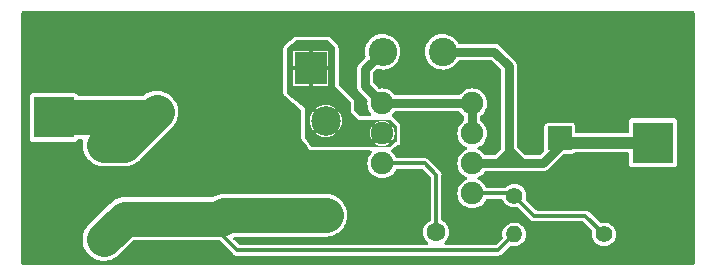
<source format=gbr>
%TF.GenerationSoftware,KiCad,Pcbnew,(6.0.8)*%
%TF.CreationDate,2022-11-19T23:45:32+04:00*%
%TF.ProjectId,MC34063_Buck_Rev3,4d433334-3036-4335-9f42-75636b5f5265,rev?*%
%TF.SameCoordinates,Original*%
%TF.FileFunction,Copper,L2,Bot*%
%TF.FilePolarity,Positive*%
%FSLAX46Y46*%
G04 Gerber Fmt 4.6, Leading zero omitted, Abs format (unit mm)*
G04 Created by KiCad (PCBNEW (6.0.8)) date 2022-11-19 23:45:32*
%MOMM*%
%LPD*%
G01*
G04 APERTURE LIST*
%TA.AperFunction,ComponentPad*%
%ADD10R,2.000000X2.000000*%
%TD*%
%TA.AperFunction,ComponentPad*%
%ADD11C,2.000000*%
%TD*%
%TA.AperFunction,ComponentPad*%
%ADD12C,1.600000*%
%TD*%
%TA.AperFunction,ComponentPad*%
%ADD13C,1.400000*%
%TD*%
%TA.AperFunction,ComponentPad*%
%ADD14O,1.400000X1.400000*%
%TD*%
%TA.AperFunction,ComponentPad*%
%ADD15C,1.905000*%
%TD*%
%TA.AperFunction,ComponentPad*%
%ADD16C,2.499360*%
%TD*%
%TA.AperFunction,ComponentPad*%
%ADD17R,2.800000X2.800000*%
%TD*%
%TA.AperFunction,ComponentPad*%
%ADD18O,2.800000X2.800000*%
%TD*%
%TA.AperFunction,ComponentPad*%
%ADD19C,2.400000*%
%TD*%
%TA.AperFunction,ComponentPad*%
%ADD20O,2.400000X2.400000*%
%TD*%
%TA.AperFunction,ComponentPad*%
%ADD21C,3.500120*%
%TD*%
%TA.AperFunction,ComponentPad*%
%ADD22R,3.500120X3.500120*%
%TD*%
%TA.AperFunction,Conductor*%
%ADD23C,3.000000*%
%TD*%
%TA.AperFunction,Conductor*%
%ADD24C,0.750000*%
%TD*%
%TA.AperFunction,Conductor*%
%ADD25C,1.000000*%
%TD*%
%TA.AperFunction,Conductor*%
%ADD26C,0.300000*%
%TD*%
%TA.AperFunction,Conductor*%
%ADD27C,0.250000*%
%TD*%
G04 APERTURE END LIST*
D10*
%TO.P,C1,1*%
%TO.N,VCC*%
X165064440Y-57772300D03*
D11*
%TO.P,C1,2*%
%TO.N,GNDREF*%
X165064440Y-52772300D03*
%TD*%
D12*
%TO.P,C2,1*%
%TO.N,Net-(C2-Pad1)*%
X154609800Y-65722500D03*
%TO.P,C2,2*%
%TO.N,GNDREF*%
X157109800Y-65722500D03*
%TD*%
D10*
%TO.P,C3,1*%
%TO.N,Vout1*%
X136382760Y-64566800D03*
D11*
%TO.P,C3,2*%
%TO.N,GNDREF*%
X136382760Y-59566800D03*
%TD*%
D13*
%TO.P,R1,1*%
%TO.N,Net-(R1-Pad1)*%
X161213800Y-62623700D03*
D14*
%TO.P,R1,2*%
%TO.N,GNDREF*%
X168833800Y-62623700D03*
%TD*%
D13*
%TO.P,R3,1*%
%TO.N,Net-(R1-Pad1)*%
X168821100Y-65913000D03*
D14*
%TO.P,R3,2*%
%TO.N,Vout1*%
X161201100Y-65913000D03*
%TD*%
D15*
%TO.P,U1,1*%
%TO.N,Net-(R2-Pad2)*%
X150037800Y-54813200D03*
%TO.P,U1,2*%
%TO.N,Net-(D1-Pad1)*%
X150037800Y-57353200D03*
%TO.P,U1,3*%
%TO.N,Net-(C2-Pad1)*%
X150037800Y-59893200D03*
%TO.P,U1,4*%
%TO.N,GNDREF*%
X150037800Y-62433200D03*
%TO.P,U1,5*%
%TO.N,Net-(R1-Pad1)*%
X157657800Y-62433200D03*
%TO.P,U1,6*%
%TO.N,VCC*%
X157657800Y-59893200D03*
%TO.P,U1,7*%
%TO.N,Net-(R2-Pad2)*%
X157657800Y-57353200D03*
%TO.P,U1,8*%
X157657800Y-54813200D03*
%TD*%
D16*
%TO.P,L1,1*%
%TO.N,Net-(D1-Pad1)*%
X145262600Y-56288940D03*
%TO.P,L1,2*%
%TO.N,Vout1*%
X145262600Y-64289940D03*
%TD*%
D17*
%TO.P,D1,1*%
%TO.N,Net-(D1-Pad1)*%
X143977360Y-51841400D03*
D18*
%TO.P,D1,2*%
%TO.N,GNDREF*%
X138897360Y-51841400D03*
%TD*%
D19*
%TO.P,R2,1*%
%TO.N,VCC*%
X155155900Y-50444400D03*
D20*
%TO.P,R2,2*%
%TO.N,Net-(R2-Pad2)*%
X150075900Y-50444400D03*
%TD*%
D21*
%TO.P,GND,1*%
%TO.N,GNDREF*%
X122364500Y-50609500D03*
%TD*%
D22*
%TO.P,Vout,1*%
%TO.N,N/C*%
X122237500Y-56007000D03*
%TD*%
%TO.P,Vin,1*%
%TO.N,VCC*%
X172971460Y-58138060D03*
%TD*%
D21*
%TO.P,GND,1*%
%TO.N,GNDREF*%
X172971460Y-51183540D03*
%TD*%
D16*
%TO.P,L1,1*%
%TO.N,N/C*%
X126492000Y-58331100D03*
%TO.P,L1,2*%
%TO.N,Vout1*%
X126492000Y-66332100D03*
%TD*%
D10*
%TO.P,C3,1*%
%TO.N,N/C*%
X130962400Y-55575200D03*
D11*
%TO.P,C3,2*%
%TO.N,GNDREF*%
X130962400Y-50575200D03*
%TD*%
D23*
%TO.N,*%
X126492000Y-58331100D02*
X128206500Y-58331100D01*
X128206500Y-58331100D02*
X130962400Y-55575200D01*
X122237500Y-56007000D02*
X130530600Y-56007000D01*
X130530600Y-56007000D02*
X130962400Y-55575200D01*
D24*
%TO.N,VCC*%
X160782000Y-59842400D02*
X160832800Y-59893200D01*
X161874200Y-59893200D02*
X160832800Y-59893200D01*
D25*
X165430200Y-58138060D02*
X165064440Y-57772300D01*
D24*
X160782000Y-58928000D02*
X160909000Y-58928000D01*
X159816800Y-59893200D02*
X157657800Y-59893200D01*
X160832800Y-59893200D02*
X159816800Y-59893200D01*
X159537400Y-50444400D02*
X160782000Y-51689000D01*
D25*
X172971460Y-58138060D02*
X165430200Y-58138060D01*
D24*
X159816800Y-59893200D02*
X160782000Y-58928000D01*
X163626800Y-59893200D02*
X161874200Y-59893200D01*
X160782000Y-51689000D02*
X160782000Y-58928000D01*
X155155900Y-50444400D02*
X159537400Y-50444400D01*
X165064440Y-58455560D02*
X163626800Y-59893200D01*
X160909000Y-58928000D02*
X161874200Y-59893200D01*
X165064440Y-57772300D02*
X165064440Y-58455560D01*
X160782000Y-58928000D02*
X160782000Y-59842400D01*
D26*
%TO.N,Net-(C2-Pad1)*%
X154609800Y-60859800D02*
X154609800Y-65722500D01*
X150037800Y-59893200D02*
X153643200Y-59893200D01*
X153643200Y-59893200D02*
X154609800Y-60859800D01*
%TO.N,Vout1*%
X159864100Y-67250000D02*
X137750000Y-67250000D01*
D27*
X137500000Y-67000000D02*
X136382760Y-65882760D01*
D26*
X136382760Y-65882760D02*
X137750000Y-67250000D01*
D23*
X136659620Y-64289940D02*
X136382760Y-64566800D01*
X145262600Y-64289940D02*
X136659620Y-64289940D01*
X136382760Y-64566800D02*
X128257300Y-64566800D01*
D26*
X136382760Y-64566800D02*
X136382760Y-65882760D01*
X161201100Y-65913000D02*
X159864100Y-67250000D01*
D23*
X128257300Y-64566800D02*
X126492000Y-66332100D01*
D26*
X137750000Y-67250000D02*
X137500000Y-67000000D01*
%TO.N,Net-(R1-Pad1)*%
X167250000Y-64341900D02*
X162932000Y-64341900D01*
X168821100Y-65913000D02*
X167250000Y-64341900D01*
D27*
X157848300Y-62623700D02*
X157657800Y-62433200D01*
D26*
X161023300Y-62433200D02*
X161213800Y-62623700D01*
X157657800Y-62433200D02*
X161023300Y-62433200D01*
X162932000Y-64341900D02*
X161213800Y-62623700D01*
D24*
%TO.N,Net-(R2-Pad2)*%
X150037800Y-54813200D02*
X157657800Y-54813200D01*
X157657800Y-57353200D02*
X157657800Y-54813200D01*
X148590000Y-53365400D02*
X150037800Y-54813200D01*
X148590000Y-51930300D02*
X148590000Y-53365400D01*
X150075900Y-50444400D02*
X148590000Y-51930300D01*
%TD*%
%TA.AperFunction,Conductor*%
%TO.N,GNDREF*%
G36*
X176425500Y-47019962D02*
G01*
X176480038Y-47074500D01*
X176500000Y-47149000D01*
X176500000Y-68351000D01*
X176480038Y-68425500D01*
X176425500Y-68480038D01*
X176351000Y-68500000D01*
X119649000Y-68500000D01*
X119574500Y-68480038D01*
X119519962Y-68425500D01*
X119500000Y-68351000D01*
X119500000Y-66253343D01*
X124688170Y-66253343D01*
X124690265Y-66321909D01*
X124695477Y-66492511D01*
X124696342Y-66520831D01*
X124743962Y-66784174D01*
X124829983Y-67037584D01*
X124952516Y-67275497D01*
X125108869Y-67492684D01*
X125112728Y-67496645D01*
X125112731Y-67496649D01*
X125187390Y-67573288D01*
X125295607Y-67684376D01*
X125300010Y-67687724D01*
X125300011Y-67687725D01*
X125402118Y-67765369D01*
X125508628Y-67846361D01*
X125743251Y-67975080D01*
X125994323Y-68067706D01*
X125999729Y-68068830D01*
X125999731Y-68068831D01*
X126089710Y-68087546D01*
X126256329Y-68122202D01*
X126261854Y-68122516D01*
X126261856Y-68122516D01*
X126517993Y-68137061D01*
X126517998Y-68137061D01*
X126523511Y-68137374D01*
X126529006Y-68136869D01*
X126529012Y-68136869D01*
X126688627Y-68122202D01*
X126790001Y-68112887D01*
X127049945Y-68049279D01*
X127297632Y-67947948D01*
X127527621Y-67811119D01*
X127661748Y-67701533D01*
X127697707Y-67672153D01*
X127697710Y-67672150D01*
X127700616Y-67669776D01*
X128959450Y-66410941D01*
X129026245Y-66372377D01*
X129064809Y-66367300D01*
X136168479Y-66367300D01*
X136242979Y-66387262D01*
X136273838Y-66410941D01*
X137406291Y-67543394D01*
X137417944Y-67556507D01*
X137438128Y-67582110D01*
X137447290Y-67588442D01*
X137447292Y-67588444D01*
X137486090Y-67615259D01*
X137489898Y-67617980D01*
X137504993Y-67629129D01*
X137536816Y-67652634D01*
X137543632Y-67655027D01*
X137549569Y-67659131D01*
X137602566Y-67675892D01*
X137605165Y-67676714D01*
X137609580Y-67678187D01*
X137664631Y-67697519D01*
X137671845Y-67697802D01*
X137678730Y-67699980D01*
X137685337Y-67700500D01*
X137737571Y-67700500D01*
X137743421Y-67700615D01*
X137788866Y-67702401D01*
X137788868Y-67702401D01*
X137799994Y-67702838D01*
X137807378Y-67700880D01*
X137814280Y-67700500D01*
X159828528Y-67700500D01*
X159846041Y-67701533D01*
X159878410Y-67705364D01*
X159889366Y-67703363D01*
X159889369Y-67703363D01*
X159935768Y-67694889D01*
X159940384Y-67694121D01*
X159987043Y-67687106D01*
X159987045Y-67687105D01*
X159998062Y-67685449D01*
X160004575Y-67682321D01*
X160011673Y-67681025D01*
X160063413Y-67654148D01*
X160067565Y-67652074D01*
X160120179Y-67626809D01*
X160125483Y-67621906D01*
X160131888Y-67618579D01*
X160136928Y-67614275D01*
X160173860Y-67577343D01*
X160178078Y-67573288D01*
X160211477Y-67542415D01*
X160211478Y-67542413D01*
X160219656Y-67534854D01*
X160223494Y-67528246D01*
X160228105Y-67523098D01*
X160823363Y-66927840D01*
X160890158Y-66889276D01*
X160967286Y-66889276D01*
X160974730Y-66891481D01*
X160985218Y-66894889D01*
X161111696Y-66909971D01*
X161172815Y-66917259D01*
X161172818Y-66917259D01*
X161180046Y-66918121D01*
X161291543Y-66909542D01*
X161368414Y-66903627D01*
X161368416Y-66903627D01*
X161375676Y-66903068D01*
X161564656Y-66850303D01*
X161571162Y-66847016D01*
X161571166Y-66847015D01*
X161733284Y-66765123D01*
X161733285Y-66765123D01*
X161739789Y-66761837D01*
X161894403Y-66641040D01*
X162022609Y-66492511D01*
X162106522Y-66344799D01*
X162115927Y-66328243D01*
X162115928Y-66328241D01*
X162119525Y-66321909D01*
X162181458Y-66135732D01*
X162187206Y-66090236D01*
X162196508Y-66016595D01*
X162206049Y-65941071D01*
X162206441Y-65913000D01*
X162187294Y-65717728D01*
X162182059Y-65700387D01*
X162132691Y-65536873D01*
X162130584Y-65529894D01*
X162127161Y-65523456D01*
X162041892Y-65363088D01*
X162041890Y-65363085D01*
X162038470Y-65356653D01*
X162033867Y-65351010D01*
X162033865Y-65351006D01*
X161919064Y-65210246D01*
X161914461Y-65204602D01*
X161763280Y-65079535D01*
X161590685Y-64986213D01*
X161432785Y-64937335D01*
X161410211Y-64930347D01*
X161410209Y-64930347D01*
X161403252Y-64928193D01*
X161396010Y-64927432D01*
X161396006Y-64927431D01*
X161215360Y-64908444D01*
X161215359Y-64908444D01*
X161208119Y-64907683D01*
X161012718Y-64925466D01*
X160824493Y-64980864D01*
X160650612Y-65071767D01*
X160497700Y-65194711D01*
X160371580Y-65345016D01*
X160277056Y-65516954D01*
X160217728Y-65703978D01*
X160216915Y-65711222D01*
X160216915Y-65711224D01*
X160197022Y-65888579D01*
X160195857Y-65898963D01*
X160212275Y-66094483D01*
X160226020Y-66142417D01*
X160227366Y-66219531D01*
X160188151Y-66288845D01*
X159721138Y-66755859D01*
X159654343Y-66794423D01*
X159615779Y-66799500D01*
X155448181Y-66799500D01*
X155373681Y-66779538D01*
X155319143Y-66725000D01*
X155299181Y-66650500D01*
X155319143Y-66576000D01*
X155352904Y-66535943D01*
X155386053Y-66508373D01*
X155391305Y-66504005D01*
X155520637Y-66348501D01*
X155619464Y-66172031D01*
X155684478Y-65980507D01*
X155712165Y-65789550D01*
X155712870Y-65784690D01*
X155712871Y-65784683D01*
X155713500Y-65780342D01*
X155715015Y-65722500D01*
X155712675Y-65697028D01*
X155697133Y-65527893D01*
X155696508Y-65521091D01*
X155641607Y-65326426D01*
X155631576Y-65306084D01*
X155555170Y-65151149D01*
X155552151Y-65145027D01*
X155548070Y-65139562D01*
X155548067Y-65139557D01*
X155435223Y-64988441D01*
X155435221Y-64988439D01*
X155431135Y-64982967D01*
X155282612Y-64845674D01*
X155129791Y-64749251D01*
X155077437Y-64692614D01*
X155060300Y-64623238D01*
X155060300Y-60895372D01*
X155061333Y-60877859D01*
X155061357Y-60877656D01*
X155065164Y-60845490D01*
X155063163Y-60834534D01*
X155063163Y-60834529D01*
X155054689Y-60788128D01*
X155053921Y-60783515D01*
X155046905Y-60736854D01*
X155045249Y-60725838D01*
X155042123Y-60719328D01*
X155040826Y-60712227D01*
X155013937Y-60660462D01*
X155011854Y-60656293D01*
X154991431Y-60613763D01*
X154986609Y-60603721D01*
X154981708Y-60598420D01*
X154978380Y-60592012D01*
X154974075Y-60586972D01*
X154937143Y-60550040D01*
X154933088Y-60545822D01*
X154902215Y-60512423D01*
X154902213Y-60512422D01*
X154894654Y-60504244D01*
X154888046Y-60500406D01*
X154882898Y-60495795D01*
X153986909Y-59599806D01*
X153975256Y-59586693D01*
X153961967Y-59569836D01*
X153961966Y-59569836D01*
X153955072Y-59561090D01*
X153945910Y-59554758D01*
X153945908Y-59554756D01*
X153907110Y-59527941D01*
X153903302Y-59525220D01*
X153865343Y-59497183D01*
X153865342Y-59497182D01*
X153856384Y-59490566D01*
X153849568Y-59488173D01*
X153843631Y-59484069D01*
X153788032Y-59466485D01*
X153783620Y-59465013D01*
X153728569Y-59445681D01*
X153721355Y-59445398D01*
X153714470Y-59443220D01*
X153707863Y-59442700D01*
X153655629Y-59442700D01*
X153649779Y-59442585D01*
X153604333Y-59440799D01*
X153604331Y-59440799D01*
X153593206Y-59440362D01*
X153585821Y-59442320D01*
X153578918Y-59442700D01*
X151305184Y-59442700D01*
X151230684Y-59422738D01*
X151176146Y-59368200D01*
X151170144Y-59356670D01*
X151129825Y-59270205D01*
X151129824Y-59270203D01*
X151127075Y-59264307D01*
X151001320Y-59084711D01*
X150863081Y-58946472D01*
X150824517Y-58879677D01*
X150824517Y-58802549D01*
X150863081Y-58735754D01*
X150885790Y-58717138D01*
X151408659Y-58368559D01*
X151408668Y-58368553D01*
X151410208Y-58367526D01*
X151434462Y-58349565D01*
X151435876Y-58348405D01*
X151435892Y-58348393D01*
X151438273Y-58346440D01*
X151438275Y-58346438D01*
X151440024Y-58345004D01*
X151467258Y-58319752D01*
X151528552Y-58225689D01*
X151539243Y-58199880D01*
X151545925Y-58166292D01*
X151550790Y-58141834D01*
X151562500Y-58082965D01*
X151562500Y-56720618D01*
X151547359Y-56644502D01*
X151540671Y-56610880D01*
X151540670Y-56610877D01*
X151539243Y-56603703D01*
X151533506Y-56589852D01*
X151531353Y-56584656D01*
X151528552Y-56577894D01*
X151524489Y-56571813D01*
X151524486Y-56571808D01*
X151466397Y-56484875D01*
X151462330Y-56478788D01*
X150975712Y-55992170D01*
X150919933Y-55954899D01*
X150869081Y-55896912D01*
X150854034Y-55821266D01*
X150878826Y-55748232D01*
X150897356Y-55725653D01*
X151001320Y-55621689D01*
X151049951Y-55552237D01*
X151109035Y-55502660D01*
X151172005Y-55488700D01*
X156523595Y-55488700D01*
X156598095Y-55508662D01*
X156645649Y-55552237D01*
X156694280Y-55621689D01*
X156849311Y-55776720D01*
X156854637Y-55780449D01*
X156918763Y-55825351D01*
X156968340Y-55884435D01*
X156982300Y-55947405D01*
X156982300Y-56218995D01*
X156962338Y-56293495D01*
X156918763Y-56341049D01*
X156849311Y-56389680D01*
X156694280Y-56544711D01*
X156647045Y-56612169D01*
X156572258Y-56718975D01*
X156572256Y-56718979D01*
X156568525Y-56724307D01*
X156475868Y-56923012D01*
X156419123Y-57134788D01*
X156418557Y-57141259D01*
X156418556Y-57141264D01*
X156407900Y-57263060D01*
X156400014Y-57353200D01*
X156419123Y-57571612D01*
X156420804Y-57577886D01*
X156420805Y-57577891D01*
X156474185Y-57777107D01*
X156475868Y-57783388D01*
X156568525Y-57982093D01*
X156572256Y-57987421D01*
X156572258Y-57987425D01*
X156621002Y-58057038D01*
X156694280Y-58161689D01*
X156849311Y-58316720D01*
X156946533Y-58384796D01*
X157023575Y-58438742D01*
X157023579Y-58438744D01*
X157028907Y-58442475D01*
X157065377Y-58459481D01*
X157126879Y-58488160D01*
X157185963Y-58537737D01*
X157212342Y-58610214D01*
X157198949Y-58686170D01*
X157149372Y-58745254D01*
X157126879Y-58758240D01*
X157028907Y-58803925D01*
X157023579Y-58807656D01*
X157023575Y-58807658D01*
X156971103Y-58844400D01*
X156849311Y-58929680D01*
X156694280Y-59084711D01*
X156645649Y-59154163D01*
X156572258Y-59258975D01*
X156572256Y-59258979D01*
X156568525Y-59264307D01*
X156475868Y-59463012D01*
X156474185Y-59469293D01*
X156421555Y-59665713D01*
X156419123Y-59674788D01*
X156418557Y-59681259D01*
X156418556Y-59681264D01*
X156400650Y-59885932D01*
X156400014Y-59893200D01*
X156400581Y-59899681D01*
X156416719Y-60084133D01*
X156419123Y-60111612D01*
X156420804Y-60117886D01*
X156420805Y-60117891D01*
X156439302Y-60186923D01*
X156475868Y-60323388D01*
X156568525Y-60522093D01*
X156572256Y-60527421D01*
X156572258Y-60527425D01*
X156612502Y-60584899D01*
X156694280Y-60701689D01*
X156849311Y-60856720D01*
X156904512Y-60895372D01*
X157023575Y-60978742D01*
X157023579Y-60978744D01*
X157028907Y-60982475D01*
X157072413Y-61002762D01*
X157126879Y-61028160D01*
X157185963Y-61077737D01*
X157212342Y-61150214D01*
X157198949Y-61226170D01*
X157149372Y-61285254D01*
X157126879Y-61298240D01*
X157028907Y-61343925D01*
X157023579Y-61347656D01*
X157023575Y-61347658D01*
X156946533Y-61401604D01*
X156849311Y-61469680D01*
X156694280Y-61624711D01*
X156641296Y-61700380D01*
X156572258Y-61798975D01*
X156572256Y-61798979D01*
X156568525Y-61804307D01*
X156475868Y-62003012D01*
X156419123Y-62214788D01*
X156418557Y-62221259D01*
X156418556Y-62221264D01*
X156401041Y-62421459D01*
X156400014Y-62433200D01*
X156400581Y-62439681D01*
X156416318Y-62619549D01*
X156419123Y-62651612D01*
X156420804Y-62657886D01*
X156420805Y-62657891D01*
X156462573Y-62813772D01*
X156475868Y-62863388D01*
X156568525Y-63062093D01*
X156572256Y-63067421D01*
X156572258Y-63067425D01*
X156584537Y-63084961D01*
X156694280Y-63241689D01*
X156849311Y-63396720D01*
X156946533Y-63464796D01*
X157023575Y-63518742D01*
X157023579Y-63518744D01*
X157028907Y-63522475D01*
X157227612Y-63615132D01*
X157233893Y-63616815D01*
X157433109Y-63670195D01*
X157433114Y-63670196D01*
X157439388Y-63671877D01*
X157445859Y-63672443D01*
X157445864Y-63672444D01*
X157651319Y-63690419D01*
X157657800Y-63690986D01*
X157664281Y-63690419D01*
X157869736Y-63672444D01*
X157869741Y-63672443D01*
X157876212Y-63671877D01*
X157882486Y-63670196D01*
X157882491Y-63670195D01*
X158081707Y-63616815D01*
X158087988Y-63615132D01*
X158286693Y-63522475D01*
X158292021Y-63518744D01*
X158292025Y-63518742D01*
X158369067Y-63464796D01*
X158466289Y-63396720D01*
X158621320Y-63241689D01*
X158747075Y-63062093D01*
X158790144Y-62969730D01*
X158839721Y-62910646D01*
X158912198Y-62884267D01*
X158925184Y-62883700D01*
X160135210Y-62883700D01*
X160209710Y-62903662D01*
X160264248Y-62958200D01*
X160273632Y-62980302D01*
X160274367Y-62980011D01*
X160277049Y-62986785D01*
X160279058Y-62993791D01*
X160368744Y-63168301D01*
X160490618Y-63322069D01*
X160640038Y-63449235D01*
X160646401Y-63452791D01*
X160804949Y-63541401D01*
X160804955Y-63541404D01*
X160811313Y-63544957D01*
X160997918Y-63605589D01*
X161106821Y-63618575D01*
X161185515Y-63627959D01*
X161185518Y-63627959D01*
X161192746Y-63628821D01*
X161388376Y-63613768D01*
X161443970Y-63598246D01*
X161521093Y-63597439D01*
X161589396Y-63636399D01*
X162588291Y-64635294D01*
X162599944Y-64648407D01*
X162620128Y-64674010D01*
X162629291Y-64680343D01*
X162668082Y-64707153D01*
X162671885Y-64709871D01*
X162718817Y-64744535D01*
X162725634Y-64746929D01*
X162731569Y-64751031D01*
X162742187Y-64754389D01*
X162742189Y-64754390D01*
X162787139Y-64768606D01*
X162791536Y-64770072D01*
X162846631Y-64789420D01*
X162853848Y-64789704D01*
X162860730Y-64791880D01*
X162867337Y-64792400D01*
X162919561Y-64792400D01*
X162925410Y-64792515D01*
X162970867Y-64794301D01*
X162970868Y-64794301D01*
X162981994Y-64794738D01*
X162989378Y-64792780D01*
X162996283Y-64792400D01*
X167001679Y-64792400D01*
X167076179Y-64812362D01*
X167107038Y-64836041D01*
X167806721Y-65535724D01*
X167845285Y-65602519D01*
X167843389Y-65686133D01*
X167837728Y-65703978D01*
X167836916Y-65711217D01*
X167836915Y-65711222D01*
X167817022Y-65888579D01*
X167815857Y-65898963D01*
X167832275Y-66094483D01*
X167886358Y-66283091D01*
X167976044Y-66457601D01*
X168097918Y-66611369D01*
X168247338Y-66738535D01*
X168253701Y-66742091D01*
X168412249Y-66830701D01*
X168412255Y-66830704D01*
X168418613Y-66834257D01*
X168605218Y-66894889D01*
X168678497Y-66903627D01*
X168792815Y-66917259D01*
X168792818Y-66917259D01*
X168800046Y-66918121D01*
X168911543Y-66909542D01*
X168988414Y-66903627D01*
X168988416Y-66903627D01*
X168995676Y-66903068D01*
X169184656Y-66850303D01*
X169191162Y-66847016D01*
X169191166Y-66847015D01*
X169353284Y-66765123D01*
X169353285Y-66765123D01*
X169359789Y-66761837D01*
X169514403Y-66641040D01*
X169642609Y-66492511D01*
X169726522Y-66344799D01*
X169735927Y-66328243D01*
X169735928Y-66328241D01*
X169739525Y-66321909D01*
X169801458Y-66135732D01*
X169807206Y-66090236D01*
X169816508Y-66016595D01*
X169826049Y-65941071D01*
X169826441Y-65913000D01*
X169807294Y-65717728D01*
X169802059Y-65700387D01*
X169752691Y-65536873D01*
X169750584Y-65529894D01*
X169747161Y-65523456D01*
X169661892Y-65363088D01*
X169661890Y-65363085D01*
X169658470Y-65356653D01*
X169653867Y-65351010D01*
X169653865Y-65351006D01*
X169539064Y-65210246D01*
X169534461Y-65204602D01*
X169383280Y-65079535D01*
X169210685Y-64986213D01*
X169052785Y-64937335D01*
X169030211Y-64930347D01*
X169030209Y-64930347D01*
X169023252Y-64928193D01*
X169016010Y-64927432D01*
X169016006Y-64927431D01*
X168835360Y-64908444D01*
X168835359Y-64908444D01*
X168828119Y-64907683D01*
X168632718Y-64925466D01*
X168625729Y-64927523D01*
X168625724Y-64927524D01*
X168592390Y-64937335D01*
X168515285Y-64939221D01*
X168444960Y-64899757D01*
X167593709Y-64048506D01*
X167582056Y-64035393D01*
X167568767Y-64018536D01*
X167568766Y-64018536D01*
X167561872Y-64009790D01*
X167552710Y-64003458D01*
X167552708Y-64003456D01*
X167513910Y-63976641D01*
X167510102Y-63973920D01*
X167472143Y-63945883D01*
X167472142Y-63945882D01*
X167463184Y-63939266D01*
X167456368Y-63936873D01*
X167450431Y-63932769D01*
X167394832Y-63915185D01*
X167390420Y-63913713D01*
X167335369Y-63894381D01*
X167328155Y-63894098D01*
X167321270Y-63891920D01*
X167314663Y-63891400D01*
X167262429Y-63891400D01*
X167256579Y-63891285D01*
X167211133Y-63889499D01*
X167211131Y-63889499D01*
X167200006Y-63889062D01*
X167192621Y-63891020D01*
X167185718Y-63891400D01*
X163180321Y-63891400D01*
X163105821Y-63871438D01*
X163074962Y-63847759D01*
X162229144Y-63001941D01*
X162190580Y-62935146D01*
X162190580Y-62860529D01*
X162190243Y-62860452D01*
X162190580Y-62858969D01*
X162190580Y-62858018D01*
X162191471Y-62855047D01*
X162191856Y-62853351D01*
X162194158Y-62846432D01*
X162195107Y-62838925D01*
X162218228Y-62655896D01*
X162218228Y-62655894D01*
X162218749Y-62651771D01*
X162219141Y-62623700D01*
X162199994Y-62428428D01*
X162143284Y-62240594D01*
X162051170Y-62067353D01*
X162046567Y-62061710D01*
X162046565Y-62061706D01*
X161931764Y-61920946D01*
X161927161Y-61915302D01*
X161775980Y-61790235D01*
X161603385Y-61696913D01*
X161473002Y-61656553D01*
X161422911Y-61641047D01*
X161422909Y-61641047D01*
X161415952Y-61638893D01*
X161408710Y-61638132D01*
X161408706Y-61638131D01*
X161228060Y-61619144D01*
X161228059Y-61619144D01*
X161220819Y-61618383D01*
X161025418Y-61636166D01*
X160837193Y-61691564D01*
X160663312Y-61782467D01*
X160657638Y-61787029D01*
X160521272Y-61896670D01*
X160510400Y-61905411D01*
X160497365Y-61920946D01*
X160490208Y-61929475D01*
X160427028Y-61973714D01*
X160376067Y-61982700D01*
X158925184Y-61982700D01*
X158850684Y-61962738D01*
X158796146Y-61908200D01*
X158790144Y-61896670D01*
X158749825Y-61810205D01*
X158749824Y-61810203D01*
X158747075Y-61804307D01*
X158621320Y-61624711D01*
X158466289Y-61469680D01*
X158369067Y-61401604D01*
X158292025Y-61347658D01*
X158292021Y-61347656D01*
X158286693Y-61343925D01*
X158188721Y-61298240D01*
X158129637Y-61248663D01*
X158103258Y-61176186D01*
X158116651Y-61100230D01*
X158166228Y-61041146D01*
X158188721Y-61028160D01*
X158243187Y-61002762D01*
X158286693Y-60982475D01*
X158292021Y-60978744D01*
X158292025Y-60978742D01*
X158411088Y-60895372D01*
X158466289Y-60856720D01*
X158621320Y-60701689D01*
X158669951Y-60632237D01*
X158729035Y-60582660D01*
X158792005Y-60568700D01*
X159788254Y-60568700D01*
X159798388Y-60569045D01*
X159843448Y-60572117D01*
X159843449Y-60572117D01*
X159852413Y-60572728D01*
X159862780Y-60570919D01*
X159888395Y-60568700D01*
X160756862Y-60568700D01*
X160772298Y-60570118D01*
X160781240Y-60570681D01*
X160790074Y-60572318D01*
X160799041Y-60571801D01*
X160799042Y-60571801D01*
X160848534Y-60568947D01*
X160857112Y-60568700D01*
X161798262Y-60568700D01*
X161813698Y-60570118D01*
X161822640Y-60570681D01*
X161831474Y-60572318D01*
X161840441Y-60571801D01*
X161840442Y-60571801D01*
X161889941Y-60568947D01*
X161898518Y-60568700D01*
X163598254Y-60568700D01*
X163608388Y-60569045D01*
X163653448Y-60572117D01*
X163653449Y-60572117D01*
X163662413Y-60572728D01*
X163721679Y-60562385D01*
X163729376Y-60561248D01*
X163789113Y-60554019D01*
X163797518Y-60550843D01*
X163806139Y-60548725D01*
X163814624Y-60546164D01*
X163823475Y-60544619D01*
X163878586Y-60520427D01*
X163885779Y-60517492D01*
X163942055Y-60496227D01*
X163949465Y-60491134D01*
X163957315Y-60487030D01*
X163964949Y-60482515D01*
X163973183Y-60478901D01*
X163980315Y-60473428D01*
X163980319Y-60473426D01*
X164020905Y-60442284D01*
X164027214Y-60437700D01*
X164069392Y-60408711D01*
X164069395Y-60408708D01*
X164076797Y-60403621D01*
X164115751Y-60359900D01*
X164121641Y-60353660D01*
X165358860Y-59116441D01*
X165425655Y-59077877D01*
X165464219Y-59072800D01*
X166109086Y-59072800D01*
X166135286Y-59069682D01*
X166237593Y-59024239D01*
X166279466Y-58982293D01*
X166346228Y-58943671D01*
X166384917Y-58938560D01*
X170771900Y-58938560D01*
X170846400Y-58958522D01*
X170900938Y-59013060D01*
X170920900Y-59087560D01*
X170920900Y-59932766D01*
X170924018Y-59958966D01*
X170969461Y-60061273D01*
X171048687Y-60140361D01*
X171061267Y-60145923D01*
X171061269Y-60145924D01*
X171140826Y-60181096D01*
X171151073Y-60185626D01*
X171165718Y-60187333D01*
X171172470Y-60188121D01*
X171172478Y-60188121D01*
X171176754Y-60188620D01*
X174766166Y-60188620D01*
X174792366Y-60185502D01*
X174894673Y-60140059D01*
X174973761Y-60060833D01*
X174980891Y-60044707D01*
X175014496Y-59968694D01*
X175014496Y-59968693D01*
X175019026Y-59958447D01*
X175020944Y-59941995D01*
X175021521Y-59937050D01*
X175021521Y-59937042D01*
X175022020Y-59932766D01*
X175022020Y-56343354D01*
X175018902Y-56317154D01*
X174973459Y-56214847D01*
X174894233Y-56135759D01*
X174881653Y-56130197D01*
X174881651Y-56130196D01*
X174802094Y-56095024D01*
X174802093Y-56095024D01*
X174791847Y-56090494D01*
X174777202Y-56088787D01*
X174770450Y-56087999D01*
X174770442Y-56087999D01*
X174766166Y-56087500D01*
X171176754Y-56087500D01*
X171150554Y-56090618D01*
X171048247Y-56136061D01*
X170969159Y-56215287D01*
X170963597Y-56227867D01*
X170963596Y-56227869D01*
X170923894Y-56317673D01*
X170920900Y-56343354D01*
X170920900Y-57188560D01*
X170900938Y-57263060D01*
X170846400Y-57317598D01*
X170771900Y-57337560D01*
X166513940Y-57337560D01*
X166439440Y-57317598D01*
X166384902Y-57263060D01*
X166364940Y-57188560D01*
X166364940Y-56727654D01*
X166361822Y-56701454D01*
X166316379Y-56599147D01*
X166237153Y-56520059D01*
X166224573Y-56514497D01*
X166224571Y-56514496D01*
X166145014Y-56479324D01*
X166145013Y-56479324D01*
X166134767Y-56474794D01*
X166120122Y-56473087D01*
X166113370Y-56472299D01*
X166113362Y-56472299D01*
X166109086Y-56471800D01*
X164019794Y-56471800D01*
X163993594Y-56474918D01*
X163891287Y-56520361D01*
X163812199Y-56599587D01*
X163806637Y-56612167D01*
X163806636Y-56612169D01*
X163771681Y-56691236D01*
X163766934Y-56701973D01*
X163763940Y-56727654D01*
X163763940Y-58739041D01*
X163743978Y-58813541D01*
X163720299Y-58844400D01*
X163390640Y-59174059D01*
X163323845Y-59212623D01*
X163285281Y-59217700D01*
X162215719Y-59217700D01*
X162141219Y-59197738D01*
X162110360Y-59174059D01*
X161501141Y-58564840D01*
X161462577Y-58498045D01*
X161457500Y-58459481D01*
X161457500Y-51717546D01*
X161457845Y-51707412D01*
X161460917Y-51662352D01*
X161460917Y-51662351D01*
X161461528Y-51653387D01*
X161451183Y-51594109D01*
X161450049Y-51586429D01*
X161443897Y-51535598D01*
X161442819Y-51526687D01*
X161439646Y-51518289D01*
X161437534Y-51509691D01*
X161434963Y-51501174D01*
X161433418Y-51492324D01*
X161409239Y-51437242D01*
X161406291Y-51430018D01*
X161388206Y-51382156D01*
X161388203Y-51382151D01*
X161385027Y-51373745D01*
X161379935Y-51366336D01*
X161375830Y-51358485D01*
X161371315Y-51350851D01*
X161367701Y-51342617D01*
X161362228Y-51335485D01*
X161362226Y-51335481D01*
X161331084Y-51294895D01*
X161326500Y-51288586D01*
X161297511Y-51246408D01*
X161297508Y-51246405D01*
X161292421Y-51239003D01*
X161248700Y-51200049D01*
X161242460Y-51194159D01*
X160035240Y-49986939D01*
X160028318Y-49979529D01*
X159998620Y-49945486D01*
X159992717Y-49938719D01*
X159943497Y-49904126D01*
X159937246Y-49899484D01*
X159909108Y-49877421D01*
X159896962Y-49867897D01*
X159896959Y-49867895D01*
X159889897Y-49862358D01*
X159881714Y-49858663D01*
X159874130Y-49854071D01*
X159866306Y-49849876D01*
X159858952Y-49844707D01*
X159802885Y-49822847D01*
X159795706Y-49819829D01*
X159749075Y-49798774D01*
X159749072Y-49798773D01*
X159740886Y-49795077D01*
X159732051Y-49793440D01*
X159723579Y-49790785D01*
X159714996Y-49788581D01*
X159706624Y-49785317D01*
X159658591Y-49778993D01*
X159646971Y-49777463D01*
X159639269Y-49776243D01*
X159588959Y-49766919D01*
X159580126Y-49765282D01*
X159571159Y-49765799D01*
X159571158Y-49765799D01*
X159521666Y-49768653D01*
X159513088Y-49768900D01*
X156587181Y-49768900D01*
X156512681Y-49748938D01*
X156462078Y-49700833D01*
X156458727Y-49695653D01*
X156348805Y-49525739D01*
X156182746Y-49343242D01*
X155989110Y-49190318D01*
X155983757Y-49187363D01*
X155983754Y-49187361D01*
X155881104Y-49130696D01*
X155773098Y-49071073D01*
X155540510Y-48988709D01*
X155534495Y-48987638D01*
X155534493Y-48987637D01*
X155443147Y-48971366D01*
X155297594Y-48945439D01*
X155291481Y-48945364D01*
X155291478Y-48945364D01*
X155187554Y-48944095D01*
X155050872Y-48942425D01*
X155024163Y-48946512D01*
X154813007Y-48978823D01*
X154813004Y-48978824D01*
X154806970Y-48979747D01*
X154572440Y-49056403D01*
X154353579Y-49170335D01*
X154156264Y-49318483D01*
X154152040Y-49322903D01*
X154152039Y-49322904D01*
X153990023Y-49492444D01*
X153990019Y-49492448D01*
X153985796Y-49496868D01*
X153982349Y-49501920D01*
X153982349Y-49501921D01*
X153962600Y-49530872D01*
X153846751Y-49700700D01*
X153742865Y-49924504D01*
X153676926Y-50162271D01*
X153650706Y-50407614D01*
X153664910Y-50653945D01*
X153719155Y-50894649D01*
X153811984Y-51123261D01*
X153815178Y-51128473D01*
X153915263Y-51291795D01*
X153940906Y-51333641D01*
X153944909Y-51338262D01*
X153944911Y-51338265D01*
X153975645Y-51373745D01*
X154102457Y-51520141D01*
X154107168Y-51524053D01*
X154107172Y-51524056D01*
X154209185Y-51608748D01*
X154292299Y-51677751D01*
X154505333Y-51802238D01*
X154511033Y-51804415D01*
X154511036Y-51804416D01*
X154730134Y-51888081D01*
X154730140Y-51888083D01*
X154735839Y-51890259D01*
X154741820Y-51891476D01*
X154741824Y-51891477D01*
X154830598Y-51909538D01*
X154977626Y-51939452D01*
X154983735Y-51939676D01*
X155218083Y-51948269D01*
X155218087Y-51948269D01*
X155224200Y-51948493D01*
X155468941Y-51917141D01*
X155623478Y-51870778D01*
X155699422Y-51847994D01*
X155699426Y-51847993D01*
X155705274Y-51846238D01*
X155926854Y-51737687D01*
X156127729Y-51594404D01*
X156302505Y-51420237D01*
X156364731Y-51333641D01*
X156442921Y-51224827D01*
X156446488Y-51219863D01*
X156454882Y-51202879D01*
X156505788Y-51144937D01*
X156578845Y-51120210D01*
X156588457Y-51119900D01*
X159195881Y-51119900D01*
X159270381Y-51139862D01*
X159301240Y-51163541D01*
X160062859Y-51925160D01*
X160101423Y-51991955D01*
X160106500Y-52030519D01*
X160106500Y-58586481D01*
X160086538Y-58660981D01*
X160062859Y-58691840D01*
X159580640Y-59174059D01*
X159513845Y-59212623D01*
X159475281Y-59217700D01*
X158792005Y-59217700D01*
X158717505Y-59197738D01*
X158669951Y-59154163D01*
X158656380Y-59134782D01*
X158621320Y-59084711D01*
X158466289Y-58929680D01*
X158344497Y-58844400D01*
X158292025Y-58807658D01*
X158292021Y-58807656D01*
X158286693Y-58803925D01*
X158188721Y-58758240D01*
X158129637Y-58708663D01*
X158103258Y-58636186D01*
X158116651Y-58560230D01*
X158166228Y-58501146D01*
X158188721Y-58488160D01*
X158250223Y-58459481D01*
X158286693Y-58442475D01*
X158292021Y-58438744D01*
X158292025Y-58438742D01*
X158369067Y-58384796D01*
X158466289Y-58316720D01*
X158621320Y-58161689D01*
X158694598Y-58057038D01*
X158743342Y-57987425D01*
X158743344Y-57987421D01*
X158747075Y-57982093D01*
X158839732Y-57783388D01*
X158841415Y-57777107D01*
X158894795Y-57577891D01*
X158894796Y-57577886D01*
X158896477Y-57571612D01*
X158915586Y-57353200D01*
X158907700Y-57263060D01*
X158897044Y-57141264D01*
X158897043Y-57141259D01*
X158896477Y-57134788D01*
X158839732Y-56923012D01*
X158747075Y-56724307D01*
X158743344Y-56718979D01*
X158743342Y-56718975D01*
X158668555Y-56612169D01*
X158621320Y-56544711D01*
X158466289Y-56389680D01*
X158396837Y-56341049D01*
X158347260Y-56281965D01*
X158333300Y-56218995D01*
X158333300Y-55947405D01*
X158353262Y-55872905D01*
X158396837Y-55825351D01*
X158460963Y-55780449D01*
X158466289Y-55776720D01*
X158621320Y-55621689D01*
X158700463Y-55508662D01*
X158743342Y-55447425D01*
X158743344Y-55447421D01*
X158747075Y-55442093D01*
X158839732Y-55243388D01*
X158871956Y-55123126D01*
X158894795Y-55037891D01*
X158894796Y-55037886D01*
X158896477Y-55031612D01*
X158910642Y-54869716D01*
X158915019Y-54819681D01*
X158915586Y-54813200D01*
X158900145Y-54636712D01*
X158897044Y-54601264D01*
X158897043Y-54601259D01*
X158896477Y-54594788D01*
X158892215Y-54578880D01*
X158841415Y-54389293D01*
X158839732Y-54383012D01*
X158747075Y-54184307D01*
X158743344Y-54178979D01*
X158743342Y-54178975D01*
X158658829Y-54058279D01*
X158621320Y-54004711D01*
X158466289Y-53849680D01*
X158352389Y-53769926D01*
X158292025Y-53727658D01*
X158292021Y-53727656D01*
X158286693Y-53723925D01*
X158087988Y-53631268D01*
X158035351Y-53617164D01*
X157882491Y-53576205D01*
X157882486Y-53576204D01*
X157876212Y-53574523D01*
X157869741Y-53573957D01*
X157869736Y-53573956D01*
X157664281Y-53555981D01*
X157657800Y-53555414D01*
X157651319Y-53555981D01*
X157445864Y-53573956D01*
X157445859Y-53573957D01*
X157439388Y-53574523D01*
X157433114Y-53576204D01*
X157433109Y-53576205D01*
X157280249Y-53617164D01*
X157227612Y-53631268D01*
X157028907Y-53723925D01*
X157023579Y-53727656D01*
X157023575Y-53727658D01*
X156963211Y-53769926D01*
X156849311Y-53849680D01*
X156694280Y-54004711D01*
X156659220Y-54054782D01*
X156645649Y-54074163D01*
X156586565Y-54123740D01*
X156523595Y-54137700D01*
X151172005Y-54137700D01*
X151097505Y-54117738D01*
X151049951Y-54074163D01*
X151036380Y-54054782D01*
X151001320Y-54004711D01*
X150846289Y-53849680D01*
X150732389Y-53769926D01*
X150672025Y-53727658D01*
X150672021Y-53727656D01*
X150666693Y-53723925D01*
X150467988Y-53631268D01*
X150415351Y-53617164D01*
X150262491Y-53576205D01*
X150262486Y-53576204D01*
X150256212Y-53574523D01*
X150249741Y-53573957D01*
X150249736Y-53573956D01*
X150044281Y-53555981D01*
X150037800Y-53555414D01*
X149828866Y-53573694D01*
X149752911Y-53560301D01*
X149710522Y-53530620D01*
X149309141Y-53129240D01*
X149270577Y-53062445D01*
X149265500Y-53023881D01*
X149265500Y-52271819D01*
X149285462Y-52197319D01*
X149309141Y-52166460D01*
X149540648Y-51934953D01*
X149607443Y-51896389D01*
X149675713Y-51894303D01*
X149779330Y-51915384D01*
X149897626Y-51939452D01*
X149903735Y-51939676D01*
X150138083Y-51948269D01*
X150138087Y-51948269D01*
X150144200Y-51948493D01*
X150388941Y-51917141D01*
X150543478Y-51870778D01*
X150619422Y-51847994D01*
X150619426Y-51847993D01*
X150625274Y-51846238D01*
X150846854Y-51737687D01*
X151047729Y-51594404D01*
X151222505Y-51420237D01*
X151284731Y-51333641D01*
X151362921Y-51224827D01*
X151366488Y-51219863D01*
X151475811Y-50998664D01*
X151547539Y-50762580D01*
X151579745Y-50517950D01*
X151581543Y-50444400D01*
X151561325Y-50198489D01*
X151550749Y-50156381D01*
X151502705Y-49965111D01*
X151501216Y-49959183D01*
X151495261Y-49945486D01*
X151427994Y-49790785D01*
X151402828Y-49732907D01*
X151268805Y-49525739D01*
X151102746Y-49343242D01*
X150909110Y-49190318D01*
X150903757Y-49187363D01*
X150903754Y-49187361D01*
X150801104Y-49130696D01*
X150693098Y-49071073D01*
X150460510Y-48988709D01*
X150454495Y-48987638D01*
X150454493Y-48987637D01*
X150363147Y-48971366D01*
X150217594Y-48945439D01*
X150211481Y-48945364D01*
X150211478Y-48945364D01*
X150107554Y-48944095D01*
X149970872Y-48942425D01*
X149944163Y-48946512D01*
X149733007Y-48978823D01*
X149733004Y-48978824D01*
X149726970Y-48979747D01*
X149492440Y-49056403D01*
X149273579Y-49170335D01*
X149076264Y-49318483D01*
X149072040Y-49322903D01*
X149072039Y-49322904D01*
X148910023Y-49492444D01*
X148910019Y-49492448D01*
X148905796Y-49496868D01*
X148902349Y-49501920D01*
X148902349Y-49501921D01*
X148882600Y-49530872D01*
X148766751Y-49700700D01*
X148662865Y-49924504D01*
X148596926Y-50162271D01*
X148570706Y-50407614D01*
X148584910Y-50653945D01*
X148610711Y-50768430D01*
X148626847Y-50840032D01*
X148623751Y-50917098D01*
X148586851Y-50978148D01*
X148132539Y-51432460D01*
X148125129Y-51439382D01*
X148084319Y-51474983D01*
X148072131Y-51492324D01*
X148049726Y-51524203D01*
X148045084Y-51530454D01*
X148041051Y-51535598D01*
X148013497Y-51570738D01*
X148013495Y-51570741D01*
X148007958Y-51577803D01*
X148004263Y-51585986D01*
X147999671Y-51593570D01*
X147995476Y-51601394D01*
X147990307Y-51608748D01*
X147972903Y-51653387D01*
X147968452Y-51664804D01*
X147965429Y-51671994D01*
X147944862Y-51717546D01*
X147940677Y-51726814D01*
X147939040Y-51735649D01*
X147936385Y-51744121D01*
X147934181Y-51752704D01*
X147930917Y-51761076D01*
X147929745Y-51769981D01*
X147923063Y-51820729D01*
X147921843Y-51828431D01*
X147913995Y-51870778D01*
X147910882Y-51887574D01*
X147911399Y-51896541D01*
X147911399Y-51896542D01*
X147914253Y-51946034D01*
X147914500Y-51954612D01*
X147914500Y-53336854D01*
X147914155Y-53346987D01*
X147910472Y-53401013D01*
X147912017Y-53409865D01*
X147920813Y-53460263D01*
X147921952Y-53467976D01*
X147929181Y-53527713D01*
X147932357Y-53536118D01*
X147934475Y-53544739D01*
X147937036Y-53553224D01*
X147938581Y-53562075D01*
X147962773Y-53617186D01*
X147965708Y-53624379D01*
X147986973Y-53680655D01*
X147992066Y-53688065D01*
X147996170Y-53695915D01*
X148000685Y-53703549D01*
X148004299Y-53711783D01*
X148009772Y-53718915D01*
X148009774Y-53718919D01*
X148040916Y-53759505D01*
X148045500Y-53765814D01*
X148074489Y-53807992D01*
X148074492Y-53807995D01*
X148079579Y-53815397D01*
X148086284Y-53821371D01*
X148086285Y-53821372D01*
X148123300Y-53854351D01*
X148129540Y-53860241D01*
X148755220Y-54485921D01*
X148793784Y-54552716D01*
X148798294Y-54604265D01*
X148780014Y-54813200D01*
X148780581Y-54819681D01*
X148784959Y-54869716D01*
X148799123Y-55031612D01*
X148800804Y-55037886D01*
X148800805Y-55037891D01*
X148823644Y-55123126D01*
X148855868Y-55243388D01*
X148948525Y-55442093D01*
X148952256Y-55447421D01*
X148952258Y-55447425D01*
X148995137Y-55508662D01*
X149074280Y-55621689D01*
X149090232Y-55637641D01*
X149128796Y-55704436D01*
X149128796Y-55781564D01*
X149090232Y-55848359D01*
X149023437Y-55886923D01*
X148984873Y-55892000D01*
X148206760Y-55892000D01*
X148132260Y-55872038D01*
X148101401Y-55848359D01*
X147732641Y-55479599D01*
X147694077Y-55412804D01*
X147689000Y-55374240D01*
X147689000Y-54688618D01*
X147672221Y-54604267D01*
X147667171Y-54578880D01*
X147667170Y-54578877D01*
X147665743Y-54571703D01*
X147655052Y-54545894D01*
X147650989Y-54539813D01*
X147650986Y-54539808D01*
X147592897Y-54452875D01*
X147588830Y-54446788D01*
X146399141Y-53257099D01*
X146360577Y-53190304D01*
X146355500Y-53151740D01*
X146355500Y-50115506D01*
X146335220Y-50006053D01*
X146325850Y-49981636D01*
X146267706Y-49886720D01*
X145716451Y-49274214D01*
X145706087Y-49263255D01*
X145613667Y-49199510D01*
X145586537Y-49187427D01*
X145572604Y-49181630D01*
X145462245Y-49161000D01*
X142886696Y-49161000D01*
X142880991Y-49161892D01*
X142880989Y-49161892D01*
X142803480Y-49174009D01*
X142793456Y-49175576D01*
X142772242Y-49182375D01*
X142767075Y-49184969D01*
X142767074Y-49184969D01*
X142748867Y-49194108D01*
X142687914Y-49224703D01*
X141823717Y-49841986D01*
X141822545Y-49842899D01*
X141822531Y-49842909D01*
X141820222Y-49844707D01*
X141803809Y-49857487D01*
X141799215Y-49861379D01*
X141775742Y-49883496D01*
X141714448Y-49977559D01*
X141703757Y-50003368D01*
X141680500Y-50120283D01*
X141680500Y-53957904D01*
X141680814Y-53971755D01*
X141680964Y-53975060D01*
X141682625Y-53995887D01*
X141685026Y-54003689D01*
X141685027Y-54003694D01*
X141713622Y-54096609D01*
X141715648Y-54103191D01*
X141728631Y-54127926D01*
X141803557Y-54220636D01*
X141809179Y-54225321D01*
X143090116Y-55292769D01*
X143150888Y-55343412D01*
X143195340Y-55406441D01*
X143204500Y-55457877D01*
X143204500Y-57709333D01*
X143220177Y-57805941D01*
X143227477Y-57827841D01*
X143272900Y-57914533D01*
X143276493Y-57919324D01*
X143276497Y-57919330D01*
X143410336Y-58097781D01*
X143634716Y-58396955D01*
X143780908Y-58591877D01*
X143826150Y-58652200D01*
X143826991Y-58653242D01*
X143838949Y-58668059D01*
X143838968Y-58668082D01*
X143839781Y-58669089D01*
X143843172Y-58672998D01*
X143862963Y-58693758D01*
X143957026Y-58755052D01*
X143970519Y-58760641D01*
X143976072Y-58762942D01*
X143976076Y-58762943D01*
X143982835Y-58765743D01*
X143990009Y-58767170D01*
X143990012Y-58767171D01*
X144033860Y-58775893D01*
X144099750Y-58789000D01*
X149010273Y-58789000D01*
X149084773Y-58808962D01*
X149139311Y-58863500D01*
X149159273Y-58938000D01*
X149139311Y-59012500D01*
X149115632Y-59043359D01*
X149074280Y-59084711D01*
X149025649Y-59154163D01*
X148952258Y-59258975D01*
X148952256Y-59258979D01*
X148948525Y-59264307D01*
X148855868Y-59463012D01*
X148854185Y-59469293D01*
X148801555Y-59665713D01*
X148799123Y-59674788D01*
X148798557Y-59681259D01*
X148798556Y-59681264D01*
X148780650Y-59885932D01*
X148780014Y-59893200D01*
X148780581Y-59899681D01*
X148796719Y-60084133D01*
X148799123Y-60111612D01*
X148800804Y-60117886D01*
X148800805Y-60117891D01*
X148819302Y-60186923D01*
X148855868Y-60323388D01*
X148948525Y-60522093D01*
X148952256Y-60527421D01*
X148952258Y-60527425D01*
X148992502Y-60584899D01*
X149074280Y-60701689D01*
X149229311Y-60856720D01*
X149284512Y-60895372D01*
X149403575Y-60978742D01*
X149403579Y-60978744D01*
X149408907Y-60982475D01*
X149607612Y-61075132D01*
X149613893Y-61076815D01*
X149813109Y-61130195D01*
X149813114Y-61130196D01*
X149819388Y-61131877D01*
X149825859Y-61132443D01*
X149825864Y-61132444D01*
X150031319Y-61150419D01*
X150037800Y-61150986D01*
X150044281Y-61150419D01*
X150249736Y-61132444D01*
X150249741Y-61132443D01*
X150256212Y-61131877D01*
X150262486Y-61130196D01*
X150262491Y-61130195D01*
X150461707Y-61076815D01*
X150467988Y-61075132D01*
X150666693Y-60982475D01*
X150672021Y-60978744D01*
X150672025Y-60978742D01*
X150791088Y-60895372D01*
X150846289Y-60856720D01*
X151001320Y-60701689D01*
X151127075Y-60522093D01*
X151170144Y-60429730D01*
X151219721Y-60370646D01*
X151292198Y-60344267D01*
X151305184Y-60343700D01*
X153394879Y-60343700D01*
X153469379Y-60363662D01*
X153500238Y-60387341D01*
X154115659Y-61002762D01*
X154154223Y-61069557D01*
X154159300Y-61108121D01*
X154159300Y-64625162D01*
X154139338Y-64699662D01*
X154086483Y-64753213D01*
X153966042Y-64824868D01*
X153966033Y-64824874D01*
X153960171Y-64828362D01*
X153808105Y-64961720D01*
X153803878Y-64967082D01*
X153803877Y-64967083D01*
X153721352Y-65071767D01*
X153682889Y-65120557D01*
X153588714Y-65299553D01*
X153528737Y-65492713D01*
X153527934Y-65499496D01*
X153527934Y-65499497D01*
X153514015Y-65617102D01*
X153504964Y-65693569D01*
X153507312Y-65729395D01*
X153510364Y-65775952D01*
X153518192Y-65895394D01*
X153567978Y-66091428D01*
X153570836Y-66097628D01*
X153570838Y-66097633D01*
X153645168Y-66258865D01*
X153652656Y-66275107D01*
X153769388Y-66440280D01*
X153875627Y-66543773D01*
X153915061Y-66610055D01*
X153916070Y-66687176D01*
X153878384Y-66754471D01*
X153812100Y-66793906D01*
X153771655Y-66799500D01*
X137998321Y-66799500D01*
X137923821Y-66779538D01*
X137892962Y-66755859D01*
X137481902Y-66344799D01*
X137443338Y-66278004D01*
X137443338Y-66200876D01*
X137481902Y-66134081D01*
X137548697Y-66095517D01*
X137587261Y-66090440D01*
X145330544Y-66090440D01*
X145333283Y-66090236D01*
X145333295Y-66090236D01*
X145438783Y-66082397D01*
X145529477Y-66075657D01*
X145671899Y-66043430D01*
X145785097Y-66017816D01*
X145785103Y-66017814D01*
X145790491Y-66016595D01*
X145850968Y-65993077D01*
X146034751Y-65921608D01*
X146034753Y-65921607D01*
X146039909Y-65919602D01*
X146044705Y-65916861D01*
X146044711Y-65916858D01*
X146193169Y-65832006D01*
X146272250Y-65786808D01*
X146482411Y-65621130D01*
X146665775Y-65426209D01*
X146668923Y-65421671D01*
X146668928Y-65421665D01*
X146785291Y-65253927D01*
X146818314Y-65206325D01*
X146925763Y-64988441D01*
X146934232Y-64971268D01*
X146934234Y-64971262D01*
X146936676Y-64966311D01*
X146939589Y-64957213D01*
X147016576Y-64716704D01*
X147018262Y-64711437D01*
X147021328Y-64692614D01*
X147060391Y-64452751D01*
X147060391Y-64452750D01*
X147061278Y-64447304D01*
X147064781Y-64179714D01*
X147028693Y-63914545D01*
X147023892Y-63898072D01*
X146955354Y-63662925D01*
X146955351Y-63662917D01*
X146953808Y-63657623D01*
X146841769Y-63414592D01*
X146731426Y-63246292D01*
X146698074Y-63195421D01*
X146698071Y-63195417D01*
X146695038Y-63190791D01*
X146516840Y-62991137D01*
X146311088Y-62820015D01*
X146214701Y-62761526D01*
X146087031Y-62684053D01*
X146087024Y-62684050D01*
X146082302Y-62681184D01*
X146077206Y-62679047D01*
X146077202Y-62679045D01*
X145840608Y-62579833D01*
X145840606Y-62579832D01*
X145835509Y-62577695D01*
X145830154Y-62576335D01*
X145830148Y-62576333D01*
X145581490Y-62513182D01*
X145581487Y-62513181D01*
X145576130Y-62511821D01*
X145570630Y-62511267D01*
X145570629Y-62511267D01*
X145535283Y-62507708D01*
X145353859Y-62489440D01*
X136716401Y-62489440D01*
X136707954Y-62489200D01*
X136633627Y-62484979D01*
X136633622Y-62484979D01*
X136628109Y-62484666D01*
X136546125Y-62492199D01*
X136511807Y-62495352D01*
X136509217Y-62495567D01*
X136398256Y-62503813D01*
X136398252Y-62503814D01*
X136392743Y-62504223D01*
X136387352Y-62505443D01*
X136387350Y-62505443D01*
X136386854Y-62505555D01*
X136367630Y-62508600D01*
X136367128Y-62508646D01*
X136367120Y-62508647D01*
X136361619Y-62509153D01*
X136248122Y-62536926D01*
X136245682Y-62537500D01*
X136131729Y-62563285D01*
X136126105Y-62565472D01*
X136107542Y-62571325D01*
X136101674Y-62572761D01*
X136089614Y-62577695D01*
X135993574Y-62616986D01*
X135991158Y-62617950D01*
X135904187Y-62651771D01*
X135882311Y-62660278D01*
X135877510Y-62663022D01*
X135877508Y-62663023D01*
X135877083Y-62663266D01*
X135859561Y-62671812D01*
X135853988Y-62674092D01*
X135849238Y-62676918D01*
X135849232Y-62676921D01*
X135753610Y-62733811D01*
X135751389Y-62735107D01*
X135731170Y-62746662D01*
X135657236Y-62766300D01*
X128314081Y-62766300D01*
X128305634Y-62766060D01*
X128231307Y-62761839D01*
X128231302Y-62761839D01*
X128225789Y-62761526D01*
X128143805Y-62769059D01*
X128109487Y-62772212D01*
X128106897Y-62772427D01*
X127995936Y-62780673D01*
X127995932Y-62780674D01*
X127990423Y-62781083D01*
X127985032Y-62782303D01*
X127985030Y-62782303D01*
X127984534Y-62782415D01*
X127965310Y-62785460D01*
X127964808Y-62785506D01*
X127964800Y-62785507D01*
X127959299Y-62786013D01*
X127845802Y-62813786D01*
X127843362Y-62814360D01*
X127729409Y-62840145D01*
X127723785Y-62842332D01*
X127705222Y-62848185D01*
X127699354Y-62849621D01*
X127651299Y-62869281D01*
X127591254Y-62893846D01*
X127588840Y-62894809D01*
X127479991Y-62937138D01*
X127475190Y-62939882D01*
X127475188Y-62939883D01*
X127474763Y-62940126D01*
X127457241Y-62948672D01*
X127451668Y-62950952D01*
X127446913Y-62953781D01*
X127351314Y-63010657D01*
X127349067Y-63011968D01*
X127261366Y-63062093D01*
X127247650Y-63069932D01*
X127243320Y-63073345D01*
X127243316Y-63073348D01*
X127242926Y-63073656D01*
X127226859Y-63084699D01*
X127221679Y-63087781D01*
X127131182Y-63161721D01*
X127129292Y-63163238D01*
X127037489Y-63235610D01*
X126964331Y-63313379D01*
X126961163Y-63316646D01*
X125170811Y-65106998D01*
X125169010Y-65109088D01*
X125168999Y-65109100D01*
X125085225Y-65206325D01*
X125040597Y-65258118D01*
X125037651Y-65262788D01*
X125037646Y-65262794D01*
X124981989Y-65351006D01*
X124897795Y-65484446D01*
X124790014Y-65729395D01*
X124719624Y-65987585D01*
X124688170Y-66253343D01*
X119500000Y-66253343D01*
X119500000Y-57801706D01*
X120186940Y-57801706D01*
X120190058Y-57827906D01*
X120235501Y-57930213D01*
X120314727Y-58009301D01*
X120327307Y-58014863D01*
X120327309Y-58014864D01*
X120406866Y-58050036D01*
X120417113Y-58054566D01*
X120431758Y-58056273D01*
X120438510Y-58057061D01*
X120438518Y-58057061D01*
X120442794Y-58057560D01*
X124032206Y-58057560D01*
X124058406Y-58054442D01*
X124160713Y-58008999D01*
X124239801Y-57929773D01*
X124254621Y-57896251D01*
X124303003Y-57836185D01*
X124374936Y-57808357D01*
X124390897Y-57807500D01*
X124577737Y-57807500D01*
X124652237Y-57827462D01*
X124706775Y-57882000D01*
X124726737Y-57956500D01*
X124724800Y-57980450D01*
X124693322Y-58173736D01*
X124693250Y-58179259D01*
X124690772Y-58368559D01*
X124689819Y-58441326D01*
X124690564Y-58446798D01*
X124690564Y-58446803D01*
X124709574Y-58586481D01*
X124725907Y-58706495D01*
X124727453Y-58711799D01*
X124727454Y-58711804D01*
X124799246Y-58958115D01*
X124799249Y-58958123D01*
X124800792Y-58963417D01*
X124831406Y-59029823D01*
X124908816Y-59197738D01*
X124912831Y-59206448D01*
X124950765Y-59264307D01*
X125054638Y-59422738D01*
X125059562Y-59430249D01*
X125237760Y-59629903D01*
X125443512Y-59801025D01*
X125471806Y-59818194D01*
X125667569Y-59936987D01*
X125667576Y-59936990D01*
X125672298Y-59939856D01*
X125677394Y-59941993D01*
X125677398Y-59941995D01*
X125913992Y-60041207D01*
X125919091Y-60043345D01*
X125924446Y-60044705D01*
X125924452Y-60044707D01*
X126173110Y-60107858D01*
X126173113Y-60107859D01*
X126178470Y-60109219D01*
X126183970Y-60109773D01*
X126183971Y-60109773D01*
X126215481Y-60112946D01*
X126400741Y-60131600D01*
X128149719Y-60131600D01*
X128158166Y-60131840D01*
X128232493Y-60136061D01*
X128232498Y-60136061D01*
X128238011Y-60136374D01*
X128319995Y-60128841D01*
X128354313Y-60125688D01*
X128356903Y-60125473D01*
X128467864Y-60117227D01*
X128467868Y-60117226D01*
X128473377Y-60116817D01*
X128478768Y-60115597D01*
X128478770Y-60115597D01*
X128479266Y-60115485D01*
X128498490Y-60112440D01*
X128498992Y-60112394D01*
X128499000Y-60112393D01*
X128504501Y-60111887D01*
X128509869Y-60110574D01*
X128509872Y-60110573D01*
X128547660Y-60101326D01*
X128617974Y-60084121D01*
X128620427Y-60083543D01*
X128734391Y-60057755D01*
X128739540Y-60055753D01*
X128739552Y-60055749D01*
X128740014Y-60055569D01*
X128758589Y-60049713D01*
X128759069Y-60049596D01*
X128759087Y-60049590D01*
X128764445Y-60048279D01*
X128872635Y-60004018D01*
X128874944Y-60003097D01*
X128983809Y-59960762D01*
X128989044Y-59957770D01*
X129006551Y-59949232D01*
X129007016Y-59949042D01*
X129007026Y-59949037D01*
X129012132Y-59946948D01*
X129112488Y-59887242D01*
X129114733Y-59885932D01*
X129211358Y-59830707D01*
X129211360Y-59830706D01*
X129216150Y-59827968D01*
X129220480Y-59824555D01*
X129220484Y-59824552D01*
X129220874Y-59824244D01*
X129236941Y-59813201D01*
X129242121Y-59810119D01*
X129332612Y-59736185D01*
X129334602Y-59734588D01*
X129421970Y-59665713D01*
X129421976Y-59665707D01*
X129426311Y-59662290D01*
X129499454Y-59584536D01*
X129502622Y-59581270D01*
X131721947Y-57361944D01*
X131735061Y-57350291D01*
X131746069Y-57341613D01*
X131750411Y-57338190D01*
X131823572Y-57260418D01*
X131826740Y-57257152D01*
X132281630Y-56802261D01*
X132283589Y-56800302D01*
X132285390Y-56798212D01*
X132285401Y-56798200D01*
X132410193Y-56653372D01*
X132410195Y-56653369D01*
X132413803Y-56649182D01*
X132420027Y-56639317D01*
X132437970Y-56610880D01*
X132525393Y-56472322D01*
X132556605Y-56422854D01*
X132589643Y-56347771D01*
X132662156Y-56182971D01*
X132662156Y-56182970D01*
X132664385Y-56177905D01*
X132734776Y-55919715D01*
X132738057Y-55892000D01*
X132765580Y-55659448D01*
X132766230Y-55653957D01*
X132760240Y-55457877D01*
X132758227Y-55391986D01*
X132758226Y-55391980D01*
X132758058Y-55386469D01*
X132710438Y-55123126D01*
X132624417Y-54869716D01*
X132501884Y-54631803D01*
X132470717Y-54588509D01*
X132348758Y-54419100D01*
X132345530Y-54414616D01*
X132341676Y-54410660D01*
X132341672Y-54410655D01*
X132246120Y-54312568D01*
X132158793Y-54222924D01*
X132154396Y-54219581D01*
X132154391Y-54219576D01*
X131950176Y-54064288D01*
X131945772Y-54060939D01*
X131711149Y-53932220D01*
X131460076Y-53839594D01*
X131454670Y-53838470D01*
X131454668Y-53838469D01*
X131308140Y-53807992D01*
X131198071Y-53785098D01*
X131192546Y-53784784D01*
X131192544Y-53784784D01*
X130936407Y-53770239D01*
X130936402Y-53770239D01*
X130930889Y-53769926D01*
X130925394Y-53770431D01*
X130925388Y-53770431D01*
X130769191Y-53784784D01*
X130664399Y-53794413D01*
X130404454Y-53858021D01*
X130399338Y-53860114D01*
X130161884Y-53957258D01*
X130161877Y-53957261D01*
X130156767Y-53959352D01*
X129986014Y-54060940D01*
X129926779Y-54096181D01*
X129887925Y-54127926D01*
X129832898Y-54172885D01*
X129762576Y-54204562D01*
X129738625Y-54206500D01*
X124390860Y-54206500D01*
X124316360Y-54186538D01*
X124261822Y-54132000D01*
X124254689Y-54117984D01*
X124245084Y-54096360D01*
X124245083Y-54096359D01*
X124239499Y-54083787D01*
X124160273Y-54004699D01*
X124147693Y-53999137D01*
X124147691Y-53999136D01*
X124068134Y-53963964D01*
X124068133Y-53963964D01*
X124057887Y-53959434D01*
X124043242Y-53957727D01*
X124036490Y-53956939D01*
X124036482Y-53956939D01*
X124032206Y-53956440D01*
X120442794Y-53956440D01*
X120416594Y-53959558D01*
X120314287Y-54005001D01*
X120235199Y-54084227D01*
X120229637Y-54096807D01*
X120229636Y-54096809D01*
X120196003Y-54172885D01*
X120189934Y-54186613D01*
X120186940Y-54212294D01*
X120186940Y-57801706D01*
X119500000Y-57801706D01*
X119500000Y-47149000D01*
X119519962Y-47074500D01*
X119574500Y-47019962D01*
X119649000Y-47000000D01*
X176351000Y-47000000D01*
X176425500Y-47019962D01*
G37*
%TD.AperFunction*%
%TD*%
%TA.AperFunction,Conductor*%
%TO.N,Net-(D1-Pad1)*%
G36*
X145489375Y-49478583D02*
G01*
X146040630Y-50091089D01*
X146050000Y-50115506D01*
X146050000Y-53340000D01*
X147372809Y-54662809D01*
X147383500Y-54688618D01*
X147383500Y-55562500D01*
X148018500Y-56197500D01*
X150733882Y-56197500D01*
X150759691Y-56208191D01*
X151246309Y-56694809D01*
X151257000Y-56720618D01*
X151257000Y-58082965D01*
X151246309Y-58108774D01*
X151240747Y-58113335D01*
X150694695Y-58477370D01*
X150674448Y-58483500D01*
X144099750Y-58483500D01*
X144073941Y-58472809D01*
X144070550Y-58468900D01*
X143879116Y-58213655D01*
X149427840Y-58213655D01*
X149429478Y-58217609D01*
X149432857Y-58220484D01*
X149435773Y-58222511D01*
X149612840Y-58321470D01*
X149616087Y-58322889D01*
X149809003Y-58385572D01*
X149812468Y-58386333D01*
X150013876Y-58410349D01*
X150017434Y-58410424D01*
X150219660Y-58394864D01*
X150223177Y-58394244D01*
X150418526Y-58339701D01*
X150421852Y-58338411D01*
X150602886Y-58246964D01*
X150605899Y-58245052D01*
X150642993Y-58216070D01*
X150645729Y-58211235D01*
X150644724Y-58207611D01*
X150042934Y-57605821D01*
X150037800Y-57603694D01*
X150032666Y-57605821D01*
X149429967Y-58208521D01*
X149427840Y-58213655D01*
X143879116Y-58213655D01*
X143517300Y-57731233D01*
X143510000Y-57709333D01*
X143510000Y-57359956D01*
X144442079Y-57359956D01*
X144443308Y-57362922D01*
X144583872Y-57461345D01*
X144586629Y-57462937D01*
X144797774Y-57561395D01*
X144800760Y-57562482D01*
X145025797Y-57622781D01*
X145028921Y-57623332D01*
X145261011Y-57643637D01*
X145264189Y-57643637D01*
X145496279Y-57623332D01*
X145499403Y-57622781D01*
X145724440Y-57562482D01*
X145727426Y-57561395D01*
X145938571Y-57462937D01*
X145941328Y-57461345D01*
X146080180Y-57364121D01*
X146083166Y-57359434D01*
X146082471Y-57356299D01*
X146066379Y-57340207D01*
X148980459Y-57340207D01*
X148997433Y-57542340D01*
X148998073Y-57545829D01*
X149053983Y-57740811D01*
X149055290Y-57744111D01*
X149148008Y-57924520D01*
X149149931Y-57927505D01*
X149174637Y-57958676D01*
X149179491Y-57961378D01*
X149183186Y-57960326D01*
X149785179Y-57358334D01*
X149787306Y-57353200D01*
X150288294Y-57353200D01*
X150290421Y-57358334D01*
X150893589Y-57961501D01*
X150897994Y-57963326D01*
X150903038Y-57961017D01*
X151003080Y-57784909D01*
X151004522Y-57781671D01*
X151068548Y-57589202D01*
X151069335Y-57585737D01*
X151094853Y-57383740D01*
X151094995Y-57381709D01*
X151095379Y-57354221D01*
X151095294Y-57352190D01*
X151075425Y-57149558D01*
X151074734Y-57146066D01*
X151016109Y-56951893D01*
X151014756Y-56948608D01*
X150919529Y-56769511D01*
X150917564Y-56766554D01*
X150901654Y-56747048D01*
X150896762Y-56744414D01*
X150892922Y-56745566D01*
X150290421Y-57348066D01*
X150288294Y-57353200D01*
X149787306Y-57353200D01*
X149785179Y-57348066D01*
X149182911Y-56745799D01*
X149177777Y-56743672D01*
X149173909Y-56745275D01*
X149166315Y-56754325D01*
X149164305Y-56757262D01*
X149066593Y-56934999D01*
X149065187Y-56938279D01*
X149003857Y-57131616D01*
X149003120Y-57135080D01*
X148980508Y-57336669D01*
X148980459Y-57340207D01*
X146066379Y-57340207D01*
X145267734Y-56541561D01*
X145262600Y-56539434D01*
X145257466Y-56541561D01*
X144444206Y-57354822D01*
X144442079Y-57359956D01*
X143510000Y-57359956D01*
X143510000Y-56290529D01*
X143907903Y-56290529D01*
X143928208Y-56522619D01*
X143928759Y-56525743D01*
X143989058Y-56750780D01*
X143990145Y-56753766D01*
X144088603Y-56964911D01*
X144090195Y-56967668D01*
X144187419Y-57106520D01*
X144192106Y-57109506D01*
X144195241Y-57108811D01*
X145009979Y-56294074D01*
X145012106Y-56288940D01*
X145513094Y-56288940D01*
X145515221Y-56294074D01*
X146328482Y-57107334D01*
X146333616Y-57109461D01*
X146336582Y-57108232D01*
X146435005Y-56967668D01*
X146436597Y-56964911D01*
X146535055Y-56753766D01*
X146536142Y-56750780D01*
X146596441Y-56525743D01*
X146596992Y-56522619D01*
X146599445Y-56494583D01*
X149429336Y-56494583D01*
X149430437Y-56498349D01*
X150032666Y-57100579D01*
X150037800Y-57102706D01*
X150042934Y-57100579D01*
X150644805Y-56498707D01*
X150646932Y-56493573D01*
X150645364Y-56489788D01*
X150630580Y-56477559D01*
X150627623Y-56475564D01*
X150449203Y-56379092D01*
X150445932Y-56377717D01*
X150252163Y-56317735D01*
X150248683Y-56317021D01*
X150046957Y-56295819D01*
X150043408Y-56295795D01*
X149841402Y-56314179D01*
X149837916Y-56314843D01*
X149643330Y-56372114D01*
X149640037Y-56373444D01*
X149460287Y-56467415D01*
X149457309Y-56469363D01*
X149432005Y-56489708D01*
X149429336Y-56494583D01*
X146599445Y-56494583D01*
X146617297Y-56290529D01*
X146617297Y-56287351D01*
X146596992Y-56055261D01*
X146596441Y-56052137D01*
X146536142Y-55827100D01*
X146535055Y-55824114D01*
X146436597Y-55612969D01*
X146435005Y-55610212D01*
X146337781Y-55471360D01*
X146333094Y-55468374D01*
X146329959Y-55469069D01*
X145515221Y-56283806D01*
X145513094Y-56288940D01*
X145012106Y-56288940D01*
X145009979Y-56283806D01*
X144196718Y-55470546D01*
X144191584Y-55468419D01*
X144188618Y-55469648D01*
X144090195Y-55610212D01*
X144088603Y-55612969D01*
X143990145Y-55824114D01*
X143989058Y-55827100D01*
X143928759Y-56052137D01*
X143928208Y-56055261D01*
X143907903Y-56287351D01*
X143907903Y-56290529D01*
X143510000Y-56290529D01*
X143510000Y-55245000D01*
X143478135Y-55218446D01*
X144442034Y-55218446D01*
X144442729Y-55221581D01*
X145257466Y-56036319D01*
X145262600Y-56038446D01*
X145267734Y-56036319D01*
X146080994Y-55223058D01*
X146083121Y-55217924D01*
X146081892Y-55214958D01*
X145941328Y-55116535D01*
X145938571Y-55114943D01*
X145727426Y-55016485D01*
X145724440Y-55015398D01*
X145499403Y-54955099D01*
X145496279Y-54954548D01*
X145264189Y-54934243D01*
X145261011Y-54934243D01*
X145028921Y-54954548D01*
X145025797Y-54955099D01*
X144800760Y-55015398D01*
X144797774Y-55016485D01*
X144586629Y-55114943D01*
X144583872Y-55116535D01*
X144445020Y-55213759D01*
X144442034Y-55218446D01*
X143478135Y-55218446D01*
X141999133Y-53985944D01*
X141986150Y-53961209D01*
X141986000Y-53957904D01*
X141986000Y-53249458D01*
X142477361Y-53249458D01*
X142477710Y-53253003D01*
X142482461Y-53276892D01*
X142485159Y-53283407D01*
X142503268Y-53310509D01*
X142508251Y-53315492D01*
X142535356Y-53333603D01*
X142541863Y-53336298D01*
X142565759Y-53341052D01*
X142569299Y-53341400D01*
X143795100Y-53341400D01*
X143800233Y-53339273D01*
X143802360Y-53334140D01*
X143802360Y-53334139D01*
X144152360Y-53334139D01*
X144154487Y-53339272D01*
X144159620Y-53341399D01*
X145385418Y-53341399D01*
X145388963Y-53341050D01*
X145412852Y-53336299D01*
X145419367Y-53333601D01*
X145446469Y-53315492D01*
X145451452Y-53310509D01*
X145469563Y-53283404D01*
X145472258Y-53276897D01*
X145477012Y-53253001D01*
X145477360Y-53249461D01*
X145477360Y-52023660D01*
X145475233Y-52018527D01*
X145470100Y-52016400D01*
X144159620Y-52016400D01*
X144154487Y-52018527D01*
X144152360Y-52023660D01*
X144152360Y-53334139D01*
X143802360Y-53334139D01*
X143802360Y-52023660D01*
X143800233Y-52018527D01*
X143795100Y-52016400D01*
X142484621Y-52016400D01*
X142479488Y-52018527D01*
X142477361Y-52023660D01*
X142477361Y-53249458D01*
X141986000Y-53249458D01*
X141986000Y-51659140D01*
X142477360Y-51659140D01*
X142479487Y-51664273D01*
X142484620Y-51666400D01*
X143795100Y-51666400D01*
X143800233Y-51664273D01*
X143802360Y-51659140D01*
X144152360Y-51659140D01*
X144154487Y-51664273D01*
X144159620Y-51666400D01*
X145470099Y-51666400D01*
X145475232Y-51664273D01*
X145477359Y-51659140D01*
X145477359Y-50433342D01*
X145477010Y-50429797D01*
X145472259Y-50405908D01*
X145469561Y-50399393D01*
X145451452Y-50372291D01*
X145446469Y-50367308D01*
X145419364Y-50349197D01*
X145412857Y-50346502D01*
X145388961Y-50341748D01*
X145385421Y-50341400D01*
X144159620Y-50341400D01*
X144154487Y-50343527D01*
X144152360Y-50348660D01*
X144152360Y-51659140D01*
X143802360Y-51659140D01*
X143802360Y-50348661D01*
X143800233Y-50343528D01*
X143795100Y-50341401D01*
X142569302Y-50341401D01*
X142565757Y-50341750D01*
X142541868Y-50346501D01*
X142535353Y-50349199D01*
X142508251Y-50367308D01*
X142503268Y-50372291D01*
X142485157Y-50399396D01*
X142482462Y-50405903D01*
X142477708Y-50429799D01*
X142477360Y-50433339D01*
X142477360Y-51659140D01*
X141986000Y-51659140D01*
X141986000Y-50120283D01*
X141996691Y-50094474D01*
X142001285Y-50090582D01*
X142865482Y-49473299D01*
X142886696Y-49466500D01*
X145462245Y-49466500D01*
X145489375Y-49478583D01*
G37*
%TD.AperFunction*%
%TD*%
M02*

</source>
